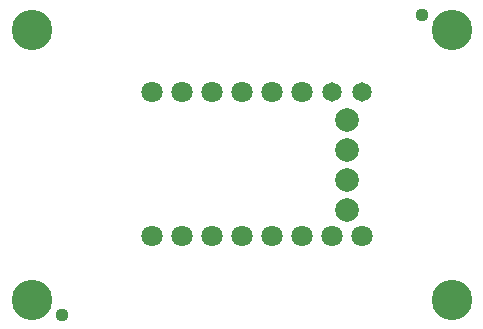
<source format=gbs>
G04 EAGLE Gerber RS-274X export*
G75*
%MOMM*%
%FSLAX34Y34*%
%LPD*%
%INSoldermask Bottom*%
%IPPOS*%
%AMOC8*
5,1,8,0,0,1.08239X$1,22.5*%
G01*
%ADD10C,2.006600*%
%ADD11C,1.127000*%
%ADD12C,1.803400*%
%ADD13C,1.651000*%
%ADD14C,3.429000*%


D10*
X292100Y101600D03*
X292100Y127000D03*
X292100Y152400D03*
X292100Y177800D03*
D11*
X50800Y12700D03*
X355600Y266700D03*
D12*
X304980Y78780D03*
X279580Y78780D03*
X254180Y78780D03*
X228780Y78780D03*
X203380Y78780D03*
X177980Y78780D03*
X152580Y78780D03*
X127180Y78780D03*
X127180Y201180D03*
X152580Y201180D03*
X177980Y201180D03*
X203380Y201180D03*
X228780Y201180D03*
X254180Y201180D03*
D13*
X279580Y201180D03*
X304980Y201180D03*
D14*
X381000Y25400D03*
X25400Y254000D03*
X25400Y25400D03*
X381000Y254000D03*
M02*

</source>
